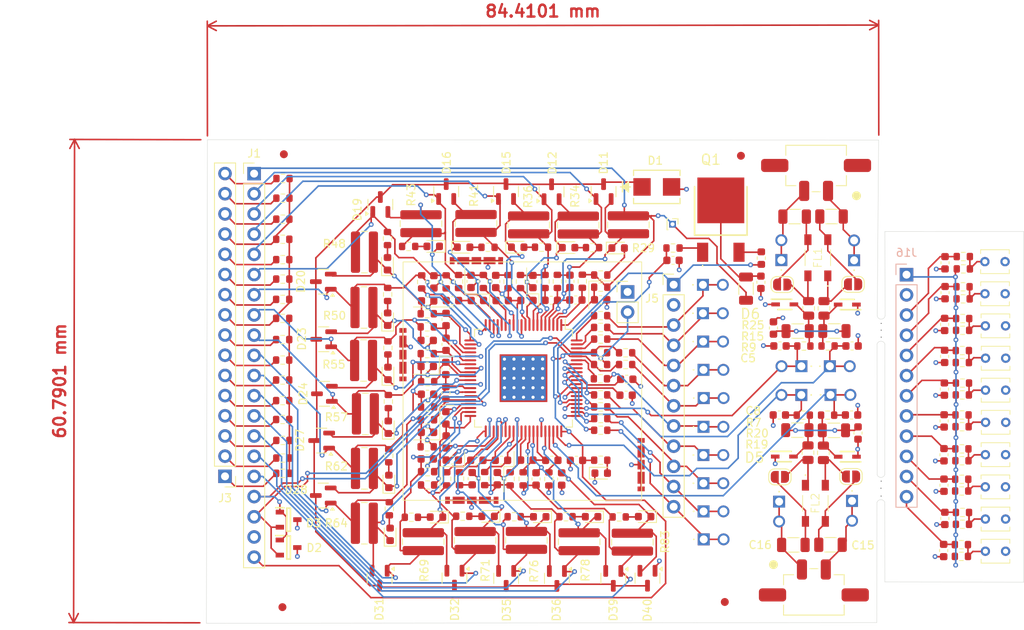
<source format=kicad_pcb>
(kicad_pcb
	(version 20240108)
	(generator "pcbnew")
	(generator_version "8.0")
	(general
		(thickness 1.6)
		(legacy_teardrops no)
	)
	(paper "A4")
	(layers
		(0 "F.Cu" signal)
		(1 "In1.Cu" signal)
		(2 "In2.Cu" signal)
		(31 "B.Cu" signal)
		(32 "B.Adhes" user "B.Adhesive")
		(33 "F.Adhes" user "F.Adhesive")
		(34 "B.Paste" user)
		(35 "F.Paste" user)
		(36 "B.SilkS" user "B.Silkscreen")
		(37 "F.SilkS" user "F.Silkscreen")
		(38 "B.Mask" user)
		(39 "F.Mask" user)
		(40 "Dwgs.User" user "User.Drawings")
		(41 "Cmts.User" user "User.Comments")
		(42 "Eco1.User" user "User.Eco1")
		(43 "Eco2.User" user "User.Eco2")
		(44 "Edge.Cuts" user)
		(45 "Margin" user)
		(46 "B.CrtYd" user "B.Courtyard")
		(47 "F.CrtYd" user "F.Courtyard")
		(48 "B.Fab" user)
		(49 "F.Fab" user)
		(50 "User.1" user)
		(51 "User.2" user)
		(52 "User.3" user)
		(53 "User.4" user)
		(54 "User.5" user)
		(55 "User.6" user)
		(56 "User.7" user)
		(57 "User.8" user)
		(58 "User.9" user)
	)
	(setup
		(stackup
			(layer "F.SilkS"
				(type "Top Silk Screen")
			)
			(layer "F.Paste"
				(type "Top Solder Paste")
			)
			(layer "F.Mask"
				(type "Top Solder Mask")
				(thickness 0.01)
			)
			(layer "F.Cu"
				(type "copper")
				(thickness 0.035)
			)
			(layer "dielectric 1"
				(type "prepreg")
				(thickness 0.1)
				(material "FR4")
				(epsilon_r 4.5)
				(loss_tangent 0.02)
			)
			(layer "In1.Cu"
				(type "copper")
				(thickness 0.035)
			)
			(layer "dielectric 2"
				(type "core")
				(thickness 1.24)
				(material "FR4")
				(epsilon_r 4.5)
				(loss_tangent 0.02)
			)
			(layer "In2.Cu"
				(type "copper")
				(thickness 0.035)
			)
			(layer "dielectric 3"
				(type "prepreg")
				(thickness 0.1)
				(material "FR4")
				(epsilon_r 4.5)
				(loss_tangent 0.02)
			)
			(layer "B.Cu"
				(type "copper")
				(thickness 0.035)
			)
			(layer "B.Mask"
				(type "Bottom Solder Mask")
				(thickness 0.01)
			)
			(layer "B.Paste"
				(type "Bottom Solder Paste")
			)
			(layer "B.SilkS"
				(type "Bottom Silk Screen")
			)
			(copper_finish "None")
			(dielectric_constraints no)
		)
		(pad_to_mask_clearance 0)
		(allow_soldermask_bridges_in_footprints no)
		(pcbplotparams
			(layerselection 0x00010fc_ffffffff)
			(plot_on_all_layers_selection 0x0000000_00000000)
			(disableapertmacros no)
			(usegerberextensions no)
			(usegerberattributes yes)
			(usegerberadvancedattributes yes)
			(creategerberjobfile yes)
			(dashed_line_dash_ratio 12.000000)
			(dashed_line_gap_ratio 3.000000)
			(svgprecision 4)
			(plotframeref no)
			(viasonmask no)
			(mode 1)
			(useauxorigin no)
			(hpglpennumber 1)
			(hpglpenspeed 20)
			(hpglpendiameter 15.000000)
			(pdf_front_fp_property_popups yes)
			(pdf_back_fp_property_popups yes)
			(dxfpolygonmode yes)
			(dxfimperialunits yes)
			(dxfusepcbnewfont yes)
			(psnegative no)
			(psa4output no)
			(plotreference yes)
			(plotvalue yes)
			(plotfptext yes)
			(plotinvisibletext no)
			(sketchpadsonfab no)
			(subtractmaskfromsilk no)
			(outputformat 1)
			(mirror no)
			(drillshape 1)
			(scaleselection 1)
			(outputdirectory "")
		)
	)
	(net 0 "")
	(net 1 "/FilterBalancingNetwork/CB")
	(net 2 "/FilterBalancingNetwork/CB:A")
	(net 3 "/FilterBalancingNetwork/CA")
	(net 4 "/Cell 15{slash}16")
	(net 5 "/FilterBalancingNetwork/SBP")
	(net 6 "/Cell 15{slash}14")
	(net 7 "/FilterBalancingNetwork/SAP")
	(net 8 "/FilterBalancingNetwork1/CB:A")
	(net 9 "/FilterBalancingNetwork1/CB")
	(net 10 "/FilterBalancingNetwork1/CA")
	(net 11 "/Cell 14{slash}13")
	(net 12 "/FilterBalancingNetwork1/SBP")
	(net 13 "/Cell 13{slash}12")
	(net 14 "/FilterBalancingNetwork1/SAP")
	(net 15 "/FilterBalancingNetwork2/CB:A")
	(net 16 "/FilterBalancingNetwork2/CB")
	(net 17 "/FilterBalancingNetwork2/CA")
	(net 18 "/Cell 12{slash}11")
	(net 19 "/FilterBalancingNetwork2/SBP")
	(net 20 "/FilterBalancingNetwork2/SAP")
	(net 21 "/Cell 11{slash}10")
	(net 22 "/FilterBalancingNetwork3/CB:A")
	(net 23 "/FilterBalancingNetwork3/CB")
	(net 24 "/FilterBalancingNetwork3/CA")
	(net 25 "/FilterBalancingNetwork3/SBP")
	(net 26 "/Cell 10{slash}9")
	(net 27 "/FilterBalancingNetwork3/SAP")
	(net 28 "/Cell 9{slash}8")
	(net 29 "/FilterBalancingNetwork4/CB:A")
	(net 30 "/FilterBalancingNetwork4/CB")
	(net 31 "/FilterBalancingNetwork4/CA")
	(net 32 "/FilterBalancingNetwork4/SBP")
	(net 33 "/Cell 8{slash}7")
	(net 34 "/Cell 7{slash}6")
	(net 35 "/FilterBalancingNetwork4/SAP")
	(net 36 "/FilterBalancingNetwork5/CB:A")
	(net 37 "/FilterBalancingNetwork5/CB")
	(net 38 "/FilterBalancingNetwork5/CA")
	(net 39 "/FilterBalancingNetwork5/SBP")
	(net 40 "/Cell 6{slash}5")
	(net 41 "/Cell 5{slash}4")
	(net 42 "/FilterBalancingNetwork5/SAP")
	(net 43 "/FilterBalancingNetwork6/CB")
	(net 44 "/FilterBalancingNetwork6/CB:A")
	(net 45 "/FilterBalancingNetwork6/CA")
	(net 46 "/FilterBalancingNetwork6/SBP")
	(net 47 "/Cell 4{slash}3")
	(net 48 "/FilterBalancingNetwork6/SAP")
	(net 49 "/FilterBalancingNetwork7/CB:A")
	(net 50 "/FilterBalancingNetwork7/CB")
	(net 51 "/FilterBalancingNetwork7/CA")
	(net 52 "/FilterBalancingNetwork7/SBP")
	(net 53 "GND")
	(net 54 "/FilterBalancingNetwork7/SAP")
	(net 55 "Net-(U1-V+)")
	(net 56 "Net-(U1-DRIVE)")
	(net 57 "Net-(U1-VREF1)")
	(net 58 "+5V")
	(net 59 "Net-(Q1-C)")
	(net 60 "Net-(U1-VREF2)")
	(net 61 "Net-(U1-IPB)")
	(net 62 "Net-(U1-CSB(IMA))")
	(net 63 "Net-(U1-IMB)")
	(net 64 "Net-(U1-SCK(IPA))")
	(net 65 "Net-(C11-Pad2)")
	(net 66 "Net-(C12-Pad2)")
	(net 67 "Net-(J10-Pin_2)")
	(net 68 "Net-(J10-Pin_1)")
	(net 69 "Net-(J11-Pin_2)")
	(net 70 "Clamp")
	(net 71 "Net-(J11-Pin_1)")
	(net 72 "Net-(D4-A2)")
	(net 73 "Net-(D5-A2)")
	(net 74 "Net-(D6-A2)")
	(net 75 "Net-(D7-A2)")
	(net 76 "Net-(D18-A)")
	(net 77 "Net-(D21-A)")
	(net 78 "Net-(D22-A)")
	(net 79 "Net-(D8-A)")
	(net 80 "Net-(D9-A)")
	(net 81 "Net-(D10-A)")
	(net 82 "Net-(D25-A)")
	(net 83 "Net-(D26-A)")
	(net 84 "Net-(D13-A)")
	(net 85 "Net-(D14-A)")
	(net 86 "Net-(D29-A)")
	(net 87 "Net-(D30-A)")
	(net 88 "Net-(D17-A)")
	(net 89 "Net-(Q1-E)")
	(net 90 "Net-(Q1-B)")
	(net 91 "VBUS")
	(net 92 "Net-(D33-A)")
	(net 93 "Net-(D34-A)")
	(net 94 "Net-(D37-A)")
	(net 95 "Net-(D38-A)")
	(net 96 "Net-(J5-Pin_9)")
	(net 97 "Net-(J5-Pin_8)")
	(net 98 "/TMP_SDA")
	(net 99 "Net-(J5-Pin_3)")
	(net 100 "/TMP_SCL")
	(net 101 "Net-(J5-Pin_4)")
	(net 102 "Net-(J5-Pin_10)")
	(net 103 "Net-(J5-Pin_5)")
	(net 104 "Net-(J5-Pin_7)")
	(net 105 "Net-(J5-Pin_6)")
	(net 106 "Net-(U1-GPIO1)")
	(net 107 "Net-(U1-GPIO2)")
	(net 108 "Net-(U1-GPIO3)")
	(net 109 "Net-(U1-GPIO6)")
	(net 110 "Net-(U1-GPIO7)")
	(net 111 "Net-(U1-GPIO8)")
	(net 112 "Net-(U1-GPIO9)")
	(net 113 "Net-(U1-GPIO10)")
	(net 114 "Net-(R87-Pad2)")
	(net 115 "/NTC/V_out_1")
	(net 116 "/NTC/V_out_5")
	(net 117 "/NTC/V_out_2")
	(net 118 "/NTC/V_out_6")
	(net 119 "/NTC/V_out_3")
	(net 120 "/NTC/V_out_7")
	(net 121 "/NTC/V_out_4")
	(net 122 "/NTC/V_out_8")
	(net 123 "/NTC/V_out_9")
	(net 124 "/NTC/V_out_10")
	(net 125 "Net-(JP4-B)")
	(net 126 "Net-(JP1-B)")
	(net 127 "Net-(JP3-B)")
	(net 128 "Net-(JP2-B)")
	(net 129 "Net-(JP4-A)")
	(net 130 "Net-(JP1-A)")
	(net 131 "Net-(JP2-A)")
	(net 132 "Net-(JP3-A)")
	(net 133 "Net-(R85-Pad2)")
	(net 134 "Net-(R86-Pad2)")
	(net 135 "Net-(R88-Pad2)")
	(net 136 "Net-(R93-Pad2)")
	(net 137 "Net-(R95-Pad2)")
	(net 138 "Net-(R94-Pad2)")
	(net 139 "Net-(R102-Pad2)")
	(net 140 "Net-(R100-Pad1)")
	(net 141 "Net-(R101-Pad2)")
	(net 142 "unconnected-(U1-NC-Pad66)")
	(net 143 "GND1")
	(net 144 "+5V_NTC")
	(net 145 "Net-(J5-Pin_11)")
	(net 146 "Net-(J5-Pin_12)")
	(net 147 "Net-(R105-Pad1)")
	(net 148 "/C 3{slash}2")
	(net 149 "/C 2{slash}1")
	(net 150 "/Cell 3{slash}2")
	(net 151 "/Cell 2{slash}1")
	(net 152 "/C 5{slash}4")
	(net 153 "/C 7{slash}6")
	(net 154 "/C 13{slash}12")
	(net 155 "/C 14{slash}13")
	(net 156 "/C 11{slash}10")
	(net 157 "/C 15{slash}14")
	(net 158 "/C 4{slash}3")
	(net 159 "/C 9{slash}8")
	(net 160 "/C 6{slash}5")
	(net 161 "/C 8{slash}7")
	(net 162 "/C 12{slash}11")
	(net 163 "/C 15{slash}16")
	(net 164 "/C 10{slash}9")
	(net 165 "/C 16")
	(footprint "Resistor_SMD:R_0603_1608Metric" (layer "F.Cu") (at 107.07 69.04 -90))
	(footprint "Resistor_SMD:R_0805_2012Metric" (layer "F.Cu") (at 160.02 77.825 90))
	(footprint "Resistor_SMD:R_0603_1608Metric" (layer "F.Cu") (at 93.91 98.58 180))
	(footprint "Capacitor_SMD:C_0603_1608Metric" (layer "F.Cu") (at 166.23 93.51 90))
	(footprint "Capacitor_SMD:C_0603_1608Metric" (layer "F.Cu") (at 177.17 72.085 -90))
	(footprint "Resistor_SMD:R_0603_1608Metric" (layer "F.Cu") (at 112.11 98.37))
	(footprint "Resistor_SMD:R_1206_3216Metric" (layer "F.Cu") (at 152.15 75.34 90))
	(footprint "Slave:5025" (layer "F.Cu") (at 146.79 96.28))
	(footprint "Resistor_SMD:R_1020_2550Metric" (layer "F.Cu") (at 118.09 107.03 90))
	(footprint "LED_SMD:LED_0603_1608Metric" (layer "F.Cu") (at 133.94 98.56))
	(footprint "Slave:SMBJ75A-13-F" (layer "F.Cu") (at 140.93 62.54))
	(footprint "Capacitor_SMD:C_0603_1608Metric" (layer "F.Cu") (at 177.12 83.865 -90))
	(footprint "Slave:5025" (layer "F.Cu") (at 159.11 85.105 180))
	(footprint "Capacitor_SMD:C_0603_1608Metric" (layer "F.Cu") (at 124.61 76.83 180))
	(footprint "Resistor_SMD:R_0603_1608Metric" (layer "F.Cu") (at 119.12 74.44 -90))
	(footprint "Resistor_SMD:R_1020_2550Metric" (layer "F.Cu") (at 111.57 107.18 90))
	(footprint "Slave:5025" (layer "F.Cu") (at 146.81 103.37))
	(footprint "Slave:5025" (layer "F.Cu") (at 146.76 82))
	(footprint "Package_TO_SOT_SMD:SOT-23" (layer "F.Cu") (at 127.7 63.15 90))
	(footprint "Resistor_SMD:R_0603_1608Metric" (layer "F.Cu") (at 93.89 76.69 180))
	(footprint "Resistor_SMD:R_0603_1608Metric" (layer "F.Cu") (at 179.47 71.305 180))
	(footprint "Resistor_SMD:R_0603_1608Metric" (layer "F.Cu") (at 112.12 87.05))
	(footprint "Resistor_SMD:R_0603_1608Metric" (layer "F.Cu") (at 93.89 91.81 180))
	(footprint "Slave:NTCLE203E3103JB0" (layer "F.Cu") (at 182.18 71.945))
	(footprint "Resistor_SMD:R_0603_1608Metric" (layer "F.Cu") (at 159.35 91.26))
	(footprint "Package_TO_SOT_SMD:SOT-23" (layer "F.Cu") (at 139.76 111.78 -90))
	(footprint "Resistor_SMD:R_0603_1608Metric" (layer "F.Cu") (at 133.87 88.71))
	(footprint "LED_SMD:LED_0603_1608Metric" (layer "F.Cu") (at 139.402501 104.029999 180))
	(footprint "Jumper:SolderJumper-2_P1.3mm_Open_RoundedPad1.0x1.5mm" (layer "F.Cu") (at 156.41 99.03 180))
	(footprint "Resistor_SMD:R_0603_1608Metric" (layer "F.Cu") (at 107.12 82.8 -90))
	(footprint "Resistor_SMD:R_0603_1608Metric" (layer "F.Cu") (at 133.87 78.74))
	(footprint "Inductor_SMD:L_0603_1608Metric" (layer "F.Cu") (at 154.07 71.5 -90))
	(footprint "LED_SMD:LED_0603_1608Metric" (layer "F.Cu") (at 107.4 106.26 90))
	(footprint "Package_TO_SOT_SMD:SOT-23" (layer "F.Cu") (at 114.45 63.12 90))
	(footprint "Capacitor_SMD:C_0603_1608Metric" (layer "F.Cu") (at 121.49 76.84 180))
	(footprint "Resistor_SMD:R_0603_1608Metric" (layer "F.Cu") (at 107.09 76.07 -90))
	(footprint "Capacitor_SMD:C_1206_3216Metric" (layer "F.Cu") (at 158.1 107.59 180))
	(footprint "Resistor_SMD:R_0603_1608Metric" (layer "F.Cu") (at 132.85 70.18 180))
	(footprint "Slave:MJD31CAJ" (layer "F.Cu") (at 148.98 66.66))
	(footprint "Capacitor_SMD:C_0603_1608Metric"
		(layer "F.Cu")
		(uuid "2d7cf3b7-77a1-4971-9efe-30e64fda02c5")
		(at 165.485 82.555)
		(descr "Capacitor SMD 0603 (1608 Metric), square (rectangular) end terminal, IPC_7351 nominal, (Body size source: IPC-SM-782 page 76, https://www.pcb-3d.com/wordpress/wp-content/uploads/ipc-sm-782a_amendment_1_and_2.pdf), generated with kicad-footprint-generator")
		(tags "capacitor")
		(property "Reference" "C7"
			(at 3.24 0.5 360)
			(layer "F.SilkS")
			(hide yes)
			(uui
... [2238102 chars truncated]
</source>
